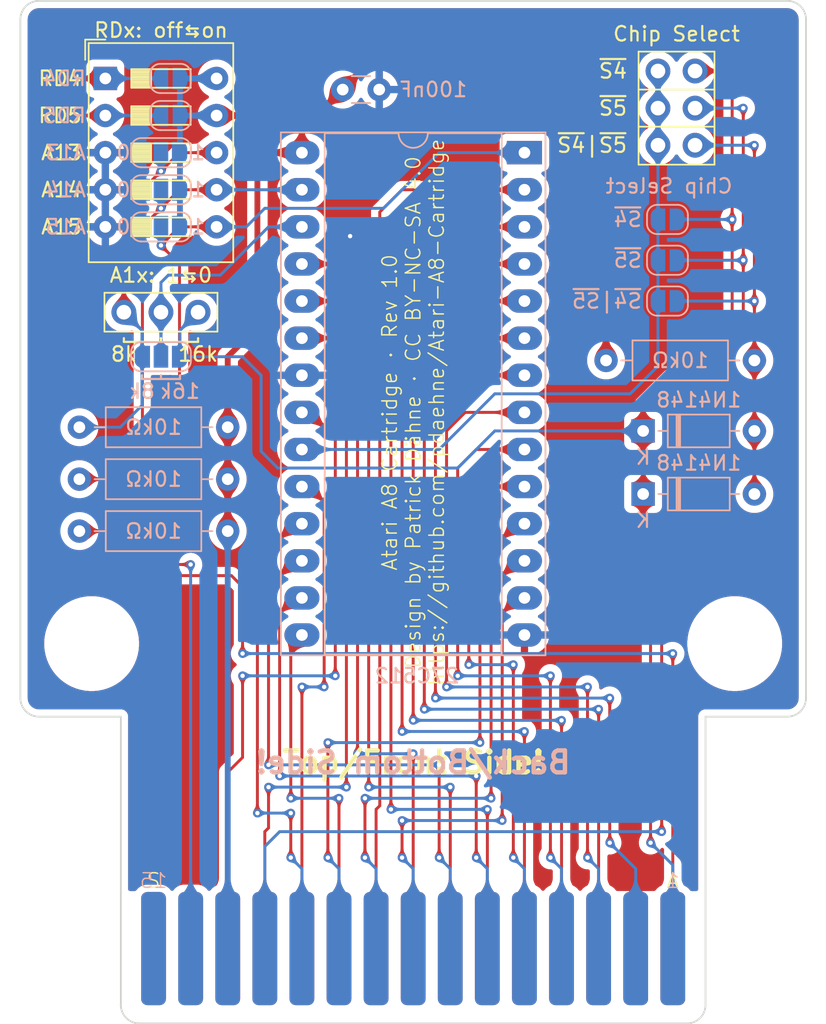
<source format=kicad_pcb>
(kicad_pcb (version 20241229) (generator "pcbnew") (generator_version "9.0")
  (title_block (title "Atari A8 Cartridge") (date "2025-11-02") (rev "1.0") (company "Patrick Dähne CC BY-NC-SA 4.0"))
  (layers (0 "F.Cu" signal) (2 "B.Cu" signal) (13 "F.Paste" user) (15 "B.Paste" user) (5 "F.SilkS" user "F.Silkscreen") (7 "B.SilkS" user "B.Silkscreen") (1 "F.Mask" user) (3 "B.Mask" user) (25 "Edge.Cuts" user))
  (net 0 "")
  (net 1 "VCC")
  (net 2 "GND")
  (net 3 "/~{S4}")
  (net 4 "/~{S4}|~{S5}")
  (net 5 "/~{S5}")
  (net 6 "/A4")
  (net 7 "/A5")
  (net 8 "/D3")
  (net 9 "/D4")
  (net 10 "/A8")
  (net 11 "/D2")
  (net 13 "/A7")
  (net 14 "/A12")
  (net 15 "/D6")
  (net 16 "/D0")
  (net 18 "/D1")
  (net 19 "/A9")
  (net 20 "/A6")
  (net 21 "/D7")
  (net 22 "/A2")
  (net 23 "/A10")
  (net 24 "/A11")
  (net 25 "/D5")
  (net 26 "/A3")
  (net 27 "/A0")
  (net 28 "/A1")
  (net 29 "/RD5")
  (net 30 "/RD4")
  (net 31 "/~{CS}")
  (net 32 "/A13_SW")
  (net 33 "/A13")
  (net 34 "/A14")
  (net 35 "/A15")
  (footprint "Connector_PinHeader_2.54mm:PinHeader_2x03_P2.54mm_Vertical" (layer "F.Cu") (at 157.734 66.802)
    (property "Reference" "J2" (hide yes))
    (property "Value" "Chip Select")
  )
  (footprint "MountingHole:MountingHole_6mm" (layer "F.Cu") (at 118.95 106)
    (property "Reference" "H1" (hide yes))
    (property "Value" "MountingHole" (hide yes))
  )
  (footprint "Button_Switch_THT:SW_DIP_SPSTx05_Slide_9.78x14.88mm_W7.62mm_P2.54mm" (layer "F.Cu") (at 119.888 67.31)
    (property "Reference" "SW1" (hide yes))
    (property "Value" "SW_DIP_x05" (hide yes))
  )
  (footprint "Connector_PinHeader_2.54mm:PinHeader_1x03_P2.54mm_Vertical" (layer "F.Cu") (at 121.158 83.312 90)
    (property "Reference" "J3" (hide yes))
    (property "Value" "Conn_01x03_Pin" (hide yes))
  )
  (footprint "Atari:Cartridge" (layer "F.Cu") (at 158.75 126.875)
    (property "Reference" "J1" (hide yes))
    (property "Value" "Atari A8 Cartridge Connector" (hide yes))
    (fp_line (start -37.8 -3.875) (end -37.8 3.855) (stroke (width 0.12)) (layer "Edge.Cuts"))
    (fp_line (start -36.53 5.125) (end 0.97 5.125) (stroke (width 0.12)) (layer "Edge.Cuts"))
    (fp_line (start 2.24 -3.875) (end 2.24 3.855) (stroke (width 0.12)) (layer "Edge.Cuts"))
    (fp_arc (start -36.53 5.125) (mid -37.428026 4.753026) (end -37.8 3.855) (stroke (width 0.12)) (layer "Edge.Cuts"))
    (fp_arc (start 2.24 3.855) (mid 1.868026 4.753026) (end 0.97 5.125) (stroke (width 0.12)) (layer "Edge.Cuts"))
  )
  (footprint "MountingHole:MountingHole_6mm" (layer "F.Cu") (at 162.99 106)
    (property "Reference" "H2" (hide yes))
    (property "Value" "MountingHole" (hide yes))
  )
  (footprint "Jumper:SolderJumper-2_P1.3mm_Open_RoundedPad1.0x1.5mm" (layer "B.Cu") (at 158.384 79.756 180)
    (property "Reference" "JP2" (hide yes))
    (property "Value" "~{S5}")
  )
  (footprint "Jumper:SolderJumper-3_P1.3mm_Open_RoundedPad1.0x1.5mm" (layer "B.Cu") (at 123.698 77.47 180)
    (property "Reference" "JP9" (hide yes))
    (property "Value" "A15")
  )
  (footprint "Jumper:SolderJumper-2_P1.3mm_Open_RoundedPad1.0x1.5mm" (layer "B.Cu") (at 158.384 82.55 180)
    (property "Reference" "JP3" (hide yes))
    (property "Value" "~{S4}|~{S5}")
  )
  (footprint "Diode_THT:D_DO-35_SOD27_P7.62mm_Horizontal" (layer "B.Cu") (at 156.718 95.758)
    (property "Reference" "D2" (hide yes))
    (property "Value" "1N4148")
  )
  (footprint "Package_DIP:DIP-28_W15.24mm_Socket_LongPads" (layer "B.Cu") (at 148.59 72.39 180)
    (property "Reference" "U1" (hide yes))
    (property "Value" "27C512")
  )
  (footprint "Resistor_THT:R_Axial_DIN0207_L6.3mm_D2.5mm_P10.16mm_Horizontal" (layer "B.Cu") (at 154.178 86.614)
    (property "Reference" "R1" (hide yes))
    (property "Value" "10kΩ")
  )
  (footprint "Diode_THT:D_DO-35_SOD27_P7.62mm_Horizontal" (layer "B.Cu") (at 156.718 91.44)
    (property "Reference" "D1" (hide yes))
    (property "Value" "1N4148")
  )
  (footprint "Jumper:SolderJumper-2_P1.3mm_Open_RoundedPad1.0x1.5mm" (layer "B.Cu") (at 124.348 69.85 180)
    (property "Reference" "JP6" (hide yes))
    (property "Value" "RD5")
  )
  (footprint "Jumper:SolderJumper-2_P1.3mm_Open_RoundedPad1.0x1.5mm" (layer "B.Cu") (at 158.384 76.962 180)
    (property "Reference" "JP1" (hide yes))
    (property "Value" "~{S4}")
  )
  (footprint "Jumper:SolderJumper-2_P1.3mm_Open_RoundedPad1.0x1.5mm" (layer "B.Cu") (at 124.348 67.31 180)
    (property "Reference" "JP5" (hide yes))
    (property "Value" "RD4")
  )
  (footprint "Resistor_THT:R_Axial_DIN0207_L6.3mm_D2.5mm_P10.16mm_Horizontal" (layer "B.Cu") (at 128.27 91.186 180)
    (property "Reference" "R2" (hide yes))
    (property "Value" "10kΩ")
  )
  (footprint "Jumper:SolderJumper-3_P1.3mm_Open_RoundedPad1.0x1.5mm" (layer "B.Cu") (at 123.698 72.39 180)
    (property "Reference" "JP7" (hide yes))
    (property "Value" "A13")
  )
  (footprint "Jumper:SolderJumper-3_P1.3mm_Open_RoundedPad1.0x1.5mm" (layer "B.Cu") (at 123.698 74.93 180)
    (property "Reference" "JP8" (hide yes))
    (property "Value" "A14")
  )
  (footprint "Capacitor_THT:C_Disc_D3.0mm_W1.6mm_P2.50mm" (layer "B.Cu") (at 136.144 68.072)
    (property "Reference" "C1" (hide yes))
    (property "Value" "100nF")
  )
  (footprint "Resistor_THT:R_Axial_DIN0207_L6.3mm_D2.5mm_P10.16mm_Horizontal" (layer "B.Cu") (at 128.27 94.742 180)
    (property "Reference" "R3" (hide yes))
    (property "Value" "10kΩ")
  )
  (footprint "Resistor_THT:R_Axial_DIN0207_L6.3mm_D2.5mm_P10.16mm_Horizontal" (layer "B.Cu") (at 128.27 98.298 180)
    (property "Reference" "R4" (hide yes))
    (property "Value" "10kΩ")
  )
  (footprint "Jumper:SolderJumper-3_P1.3mm_Open_RoundedPad1.0x1.5mm" (layer "B.Cu") (at 123.698 86.36)
    (property "Reference" "JP4" (hide yes))
    (property "Value" "A13" (hide yes))
  )
  (gr_line (start 121.158 85.344) (end 121.158 85.09) (stroke (width 0.15)) (layer "F.SilkS"))
  (gr_line (start 121.158 85.344) (end 126.238 85.344) (stroke (width 0.15)) (layer "F.SilkS"))
  (gr_line (start 123.698 85.344) (end 123.698 85.09) (stroke (width 0.15)) (layer "F.SilkS"))
  (gr_line (start 126.238 85.344) (end 126.238 85.09) (stroke (width 0.15)) (layer "F.SilkS"))
  (gr_line (start 123.698 87.884) (end 123.698 87.63) (stroke (width 0.15)) (layer "B.SilkS"))
  (gr_line (start 124.998 87.884) (end 124.998 87.63) (stroke (width 0.15)) (layer "B.SilkS"))
  (gr_line (start 122.398 87.884) (end 122.398 87.63) (stroke (width 0.15)) (layer "B.SilkS"))
  (gr_line (start 122.398 87.884) (end 124.998 87.884) (stroke (width 0.15)) (layer "B.SilkS"))
  (gr_line (start 160.99 123) (end 160.99 111) (stroke (width 0.12)) (layer "Edge.Cuts"))
  (gr_line (start 120.95 123) (end 120.95 111) (stroke (width 0.12)) (layer "Edge.Cuts"))
  (gr_line (start 160.99 111) (end 166.6 111) (stroke (width 0.12)) (layer "Edge.Cuts"))
  (gr_arc (start 114.07 63.27) (mid 114.441974 62.371974) (end 115.34 62) (stroke (width 0.12)) (layer "Edge.Cuts"))
  (gr_line (start 115.34 62) (end 166.6 62) (stroke (width 0.12)) (layer "Edge.Cuts"))
  (gr_line (start 120.95 111) (end 115.34 111) (stroke (width 0.12)) (layer "Edge.Cuts"))
  (gr_arc (start 167.87 109.73) (mid 167.498026 110.628026) (end 166.6 111) (stroke (width 0.12)) (layer "Edge.Cuts"))
  (gr_arc (start 166.6 62) (mid 167.498026 62.371974) (end 167.87 63.27) (stroke (width 0.12)) (layer "Edge.Cuts"))
  (gr_line (start 114.07 109.73) (end 114.07 63.27) (stroke (width 0.12)) (layer "Edge.Cuts"))
  (gr_arc (start 115.34 111) (mid 114.441974 110.628026) (end 114.07 109.73) (stroke (width 0.12)) (layer "Edge.Cuts"))
  (gr_line (start 167.87 109.73) (end 167.87 63.27) (stroke (width 0.12)) (layer "Edge.Cuts"))
  (gr_text "A1x: 1⇆0" (at 123.698 80.772 0) (layer "F.SilkS") (effects (font (size 1 1))))
  (gr_text "Atari A8 Cartridge · Rev 1.0\nDesign by Patrick Dähne · CC BY-NC-SA 4.0\nhttps://github.com/pdaehne/Atari-A8-Cartridge" (at 140.97 90.17 90) (layer "F.SilkS") (effects (font (size 1 1) (thickness 0.1))))
  (gr_text "RD4" (at 118.364 67.31 0) (layer "F.SilkS") (effects (font (size 1 1)) (justify right)))
  (gr_text "A13" (at 118.364 72.39 0) (layer "F.SilkS") (effects (font (size 1 1)) (justify right)))
  (gr_text "~{S5}" (at 155.702 69.342 0) (layer "F.SilkS") (effects (font (size 1 1)) (justify right)))
  (gr_text "RDx: off⇆on" (at 123.698 64.008 0) (layer "F.SilkS") (effects (font (size 1 1))))
  (gr_text "~{S4}" (at 155.702 66.802 0) (layer "F.SilkS") (effects (font (size 1 1)) (justify right)))
  (gr_text "16k" (at 126.238 85.598 0) (layer "F.SilkS") (effects (font (size 1 1)) (justify top)))
  (gr_text "8k" (at 121.158 85.598 0) (layer "F.SilkS") (effects (font (size 1 1)) (justify top)))
  (gr_text "RD5" (at 118.364 69.85 0) (layer "F.SilkS") (effects (font (size 1 1)) (justify right)))
  (gr_text "Top/Front Side!" (at 140.97 114.132236 0) (layer "F.SilkS") (effects (font (size 1.5 1.5) (thickness 0.3) (bold yes))))
  (gr_text "A14" (at 118.364 74.93 0) (layer "F.SilkS") (effects (font (size 1 1)) (justify right)))
  (gr_text "A15" (at 118.364 77.47 0) (layer "F.SilkS") (effects (font (size 1 1)) (justify right)))
  (gr_text "~{S4}|~{S5}" (at 155.702 71.882 0) (layer "F.SilkS") (effects (font (size 1 1)) (justify right)))
  (gr_text "0" (at 121.128 74.93 0) (layer "B.SilkS") (effects (font (size 1 1)) (justify mirror)))
  (gr_text "8k" (at 122.398 88.138 0) (layer "B.SilkS") (effects (font (size 1 1)) (justify top mirror)))
  (gr_text "16k" (at 124.998 88.138 0) (layer "B.SilkS") (effects (font (size 1 1)) (justify top mirror)))
  (gr_text "Chip Select" (at 158.496 74.676 0) (layer "B.SilkS") (effects (font (size 1 1)) (justify mirror)))
  (gr_text "1" (at 126.238 72.39 0) (layer "B.SilkS") (effects (font (size 1 1)) (justify mirror)))
  (gr_text "0" (at 121.128 77.47 0) (layer "B.SilkS") (effects (font (size 1 1)) (justify mirror)))
  (gr_text "1" (at 126.238 77.47 0) (layer "B.SilkS") (effects (font (size 1 1)) (justify mirror)))
  (gr_text "1" (at 126.238 74.93 0) (layer "B.SilkS") (effects (font (size 1 1)) (justify mirror)))
  (gr_text "Back/Bottom Side!" (at 140.97 114.132236 0) (layer "B.SilkS") (effects (font (size 1.5 1.5) (thickness 0.3) (bold yes)) (justify mirror)))
  (gr_text "0" (at 121.128 72.39 0) (layer "B.SilkS") (effects (font (size 1 1)) (justify mirror)))
  (segment (start 128.27 98.298) (end 128.27 94.742) (width 0.4) (layer "F.Cu") (net 1))
  (segment (start 127.508 69.85) (end 129.286 69.85) (width 0.4) (layer "F.Cu") (net 1))
  (segment (start 154.178 68.326) (end 154.178 86.614) (width 0.4) (layer "F.Cu") (net 1))
  (segment (start 128.27 86.36) (end 130.302 84.328) (width 0.4) (layer "F.Cu") (net 1))
  (segment (start 129.286 69.85) (end 130.302 70.866) (width 0.4) (layer "F.Cu") (net 1))
  (segment (start 130.302 84.328) (end 130.302 73.406) (width 0.4) (layer "F.Cu") (net 1))
  (segment (start 128.27 91.186) (end 128.27 86.36) (width 0.4) (layer "F.Cu") (net 1))
  (segment (start 130.302 73.406) (end 131.318 72.39) (width 0.4) (layer "F.Cu") (net 1))
  (segment (start 130.302 70.866) (end 130.302 73.406) (width 0.4) (layer "F.Cu") (net 1))
  (segment (start 138.43 65.786) (end 136.144 68.072) (width 0.4) (layer "F.Cu") (net 1))
  (segment (start 151.638 65.786) (end 154.178 68.326) (width 0.4) (layer "F.Cu") (net 1))
  (segment (start 131.318 72.39) (end 133.35 72.39) (width 0.4) (layer "F.Cu") (net 1))
  (segment (start 136.144 68.072) (end 133.35 70.866) (width 0.4) (layer "F.Cu") (net 1))
  (segment (start 133.35 70.866) (end 133.35 72.39) (width 0.4) (layer "F.Cu") (net 1))
  (segment (start 151.638 65.786) (end 138.43 65.786) (width 0.4) (layer "F.Cu") (net 1))
  (segment (start 128.27 94.742) (end 128.27 91.186) (width 0.4) (layer "F.Cu") (net 1))
  (segment (start 128.27 98.298) (end 128.27 126.875) (width 0.4) (layer "B.Cu") (net 1))
  (segment (start 124.998 69.85) (end 124.998 67.31) (width 0.4) (layer "B.Cu") (net 1))
  (segment (start 124.998 67.31) (end 127.508 67.31) (width 0.4) (layer "B.Cu") (net 1))
  (segment (start 124.998 77.47) (end 124.998 74.93) (width 0.4) (layer "B.Cu") (net 1))
  (segment (start 124.998 72.39) (end 124.998 69.85) (width 0.4) (layer "B.Cu") (net 1))
  (segment (start 127.508 69.85) (end 124.998 69.85) (width 0.4) (layer "B.Cu") (net 1))
  (segment (start 124.998 74.93) (end 124.998 72.39) (width 0.4) (layer "B.Cu") (net 1))
  (segment (start 156.21 106.426) (end 156.21 126.875) (width 0.4) (layer "F.Cu") (net 2))
  (segment (start 156.21 106.426) (end 155.194 105.41) (width 0.4) (layer "F.Cu") (net 2))
  (segment (start 150.368 68.072) (end 151.892 69.596) (width 0.4) (layer "F.Cu") (net 2))
  (segment (start 151.892 69.596) (end 151.892 105.41) (width 0.4) (layer "F.Cu") (net 2))
  (segment (start 138.644 68.072) (end 150.368 68.072) (width 0.4) (layer "F.Cu") (net 2))
  (segment (start 155.194 105.41) (end 151.892 105.41) (width 0.4) (layer "F.Cu") (net 2))
  (segment (start 151.892 105.41) (end 148.59 105.41) (width 0.4) (layer "F.Cu") (net 2))
  (via (at 136.652 78.105) (size 0.6) (drill 0.3) (layers "F.Cu" "B.Cu") (net 2))
  (segment (start 137.414 65.278) (end 138.644 66.508) (width 0.4) (layer "B.Cu") (net 2))
  (segment (start 138.644 66.508) (end 138.644 68.072) (width 0.4) (layer "B.Cu") (net 2))
  (segment (start 119.888 77.47) (end 119.888 74.93) (width 0.4) (layer "B.Cu") (net 2))
  (segment (start 117.856 72.39) (end 116.586 71.12) (width 0.4) (layer "B.Cu") (net 2))
  (segment (start 119.888 74.93) (end 119.888 72.39) (width 0.4) (layer "B.Cu") (net 2))
  (segment (start 119.888 74.93) (end 122.398 74.93) (width 0.4) (layer "B.Cu") (net 2))
  (segment (start 119.888 77.47) (end 122.398 77.47) (width 0.4) (layer "B.Cu") (net 2))
  (segment (start 137.414 65.278) (end 117.602 65.278) (width 0.4) (layer "B.Cu") (net 2))
  (segment (start 116.586 66.294) (end 116.586 71.12) (width 0.4) (layer "B.Cu") (net 2))
  (segment (start 119.888 72.39) (end 117.856 72.39) (width 0.4) (layer "B.Cu") (net 2))
  (segment (start 119.888 72.39) (end 122.398 72.39) (width 0.4) (layer "B.Cu") (net 2))
  (segment (start 117.602 65.278) (end 116.586 66.294) (width 0.4) (layer "B.Cu") (net 2))
  (segment (start 157.226 119.634) (end 157.226 103.886) (width 0.2) (layer "F.Cu") (net 3))
  (segment (start 162.814 67.564) (end 162.814 76.962) (width 0.2) (layer "F.Cu") (net 3))
  (segment (start 157.226 103.886) (end 155.194 101.854) (width 0.2) (layer "F.Cu") (net 3))
  (segment (start 160.274 66.802) (end 162.052 66.802) (width 0.2) (layer "F.Cu") (net 3))
  (segment (start 156.718 92.964) (end 156.718 91.44) (width 0.2) (layer "F.Cu") (net 3))
  (segment (start 162.052 66.802) (end 162.814 67.564) (width 0.2) (layer "F.Cu") (net 3))
  (segment (start 155.194 101.854) (end 155.194 94.488) (width 0.2) (layer "F.Cu") (net 3))
  (segment (start 155.194 94.488) (end 156.718 92.964) (width 0.2) (layer "F.Cu") (net 3))
  (segment (start 156.718 89.662) (end 156.718 91.44) (width 0.2) (layer "F.Cu") (net 3))
  (segment (start 162.814 76.962) (end 162.814 83.566) (width 0.2) (layer "F.Cu") (net 3))
  (segment (start 162.814 83.566) (end 156.718 89.662) (width 0.2) (layer "F.Cu") (net 3))
  (via (at 157.226 119.634) (size 0.6) (drill 0.3) (layers "F.Cu" "B.Cu") (net 3))
  (via (at 162.814 76.962) (size 0.6) (drill 0.3) (layers "F.Cu" "B.Cu") (net 3))
  (segment (start 126.238 83.312) (end 124.998 84.552) (width 0.2) (layer "B.Cu") (net 3))
  (segment (start 159.034 76.962) (end 162.814 76.962) (width 0.2) (layer "B.Cu") (net 3))
  (segment (start 129.286 86.36) (end 124.998 86.36) (width 0.2) (layer "B.Cu") (net 3))
  (segment (start 157.226 119.634) (end 158.75 121.158) (width 0.2) (layer "B.Cu") (net 3))
  (segment (start 124.998 84.552) (end 124.998 86.36) (width 0.2) (layer "B.Cu") (net 3))
  (segment (start 130.556 87.63) (end 129.286 86.36) (width 0.2) (layer "B.Cu") (net 3))
  (segment (start 158.75 121.158) (end 158.75 126.875) (width 0.2) (layer "B.Cu") (net 3))
  (segment (start 146.558 91.44) (end 144.018 93.98) (width 0.2) (layer "B.Cu") (net 3))
  (segment (start 156.718 91.44) (end 146.558 91.44) (width 0.2) (layer "B.Cu") (net 3))
  (segment (start 130.556 92.837) (end 130.556 87.63) (width 0.2) (layer "B.Cu") (net 3))
  (segment (start 131.699 93.98) (end 130.556 92.837) (width 0.2) (layer "B.Cu") (net 3))
  (segment (start 144.018 93.98) (end 131.699 93.98) (width 0.2) (layer "B.Cu") (net 3))
  (segment (start 164.338 82.55) (end 164.338 71.882) (width 0.2) (layer "F.Cu") (net 4))
  (segment (start 164.338 86.614) (end 164.338 82.55) (width 0.2) (layer "F.Cu") (net 4))
  (segment (start 164.338 95.758) (end 164.338 91.44) (width 0.2) (layer "F.Cu") (net 4))
  (segment (start 164.338 91.44) (end 164.338 86.614) (width 0.2) (layer "F.Cu") (net 4))
  (via (at 164.338 82.55) (size 0.6) (drill 0.3) (layers "F.Cu" "B.Cu") (net 4))
  (via (at 164.338 71.882) (size 0.6) (drill 0.3) (layers "F.Cu" "B.Cu") (net 4))
  (segment (start 164.338 71.882) (end 160.274 71.882) (width 0.2) (layer "B.Cu") (net 4))
  (segment (start 159.034 82.55) (end 164.338 82.55) (width 0.2) (layer "B.Cu") (net 4))
  (segment (start 163.576 79.756) (end 163.576 84.074) (width 0.2) (layer "F.Cu") (net 5))
  (segment (start 157.988 118.872) (end 157.988 103.632) (width 0.2) (layer "F.Cu") (net 5))
  (segment (start 158.242 89.408) (end 163.576 84.074) (width 0.2) (layer "F.Cu") (net 5))
  (segment (start 157.988 103.632) (end 156.718 102.362) (width 0.2) (layer "F.Cu") (net 5))
  (segment (start 156.718 94.234) (end 158.242 92.71) (width 0.2) (layer "F.Cu") (net 5))
  (segment (start 156.718 95.758) (end 156.718 94.234) (width 0.2) (layer "F.Cu") (net 5))
  (segment (start 156.718 102.362) (end 156.718 95.758) (width 0.2) (layer "F.Cu") (net 5))
  (segment (start 158.242 92.71) (end 158.242 89.408) (width 0.2) (layer "F.Cu") (net 5))
  (segment (start 163.576 69.342) (end 163.576 79.756) (width 0.2) (layer "F.Cu") (net 5))
  (via (at 163.576 79.756) (size 0.6) (drill 0.3) (layers "F.Cu" "B.Cu") (net 5))
  (via (at 157.988 118.872) (size 0.6) (drill 0.3) (layers "F.Cu" "B.Cu") (net 5))
  (via (at 163.576 69.342) (size 0.6) (drill 0.3) (layers "F.Cu" "B.Cu") (net 5))
  (segment (start 157.988 118.872) (end 131.826 118.872) (width 0.2) (layer "B.Cu") (net 5))
  (segment (start 159.034 79.756) (end 163.576 79.756) (width 0.2) (layer "B.Cu") (net 5))
  (segment (start 130.81 119.888) (end 130.81 126.875) (width 0.2) (layer "B.Cu") (net 5))
  (segment (start 163.576 69.342) (end 160.274 69.342) (width 0.2) (layer "B.Cu") (net 5))
  (segment (start 131.826 118.872) (end 130.81 119.888) (width 0.2) (layer "B.Cu") (net 5))
  (segment (start 141.732 110.49) (end 141.732 86.36) (width 0.2) (layer "F.Cu") (net 6))
  (segment (start 143.002 85.09) (end 148.59 85.09) (width 0.2) (layer "F.Cu") (net 6))
  (segment (start 153.67 110.49) (end 153.67 126.875) (width 0.2) (layer "F.Cu") (net 6))
  (segment (start 141.732 86.36) (end 143.002 85.09) (width 0.2) (layer "F.Cu") (net 6))
  (via (at 141.732 110.49) (size 0.6) (drill 0.3) (layers "F.Cu" "B.Cu") (net 6))
  (via (at 153.67 110.49) (size 0.6) (drill 0.3) (layers "F.Cu" "B.Cu") (net 6))
  (segment (start 153.67 110.49) (end 141.732 110.49) (width 0.2) (layer "B.Cu") (net 6))
  (segment (start 151.13 111.252) (end 151.13 126.875) (width 0.2) (layer "F.Cu") (net 7))
  (segment (start 140.97 83.82) (end 142.24 82.55) (width 0.2) (layer "F.Cu") (net 7))
  (segment (start 142.24 82.55) (end 148.59 82.55) (width 0.2) (layer "F.Cu") (net 7))
  (segment (start 140.97 111.252) (end 140.97 83.82) (width 0.2) (layer "F.Cu") (net 7))
  (via (at 151.13 111.252) (size 0.6) (drill 0.3) (layers "F.Cu" "B.Cu") (net 7))
  (via (at 140.97 111.252) (size 0.6) (drill 0.3) (layers "F.Cu" "B.Cu") (net 7))
  (segment (start 151.13 111.252) (end 140.97 111.252) (width 0.2) (layer "B.Cu") (net 7))
  (segment (start 132.588 106.172) (end 133.35 105.41) (width 0.2) (layer "F.Cu") (net 8))
  (segment (start 132.588 116.586) (end 132.588 106.172) (width 0.2) (layer "F.Cu") (net 8))
  (segment (start 135.89 116.586) (end 135.89 126.875) (width 0.2) (layer "F.Cu") (net 8))
  (via (at 135.89 116.586) (size 0.6) (drill 0.3) (layers "F.Cu" "B.Cu") (net 8))
  (via (at 132.588 116.586) (size 0.6) (drill 0.3) (layers "F.Cu" "B.Cu") (net 8))
  (segment (start 135.89 116.586) (end 132.588 116.586) (width 0.2) (layer "B.Cu") (net 8))
  (segment (start 131.826 103.886) (end 132.842 102.87) (width 0.2) (layer "F.Cu") (net 9))
  (segment (start 131.826 115.062) (end 131.826 103.886) (width 0.2) (layer "F.Cu") (net 9))
  (segment (start 145.288 115.062) (end 145.288 120.65) (width 0.2) (layer "F.Cu") (net 9))
  (segment (start 132.842 102.87) (end 133.35 102.87) (width 0.2) (layer "F.Cu") (net 9))
  (via (at 145.288 120.65) (size 0.6) (drill 0.3) (layers "F.Cu" "B.Cu") (net 9))
  (via (at 131.826 115.062) (size 0.6) (drill 0.3) (layers "F.Cu" "B.Cu") (net 9))
  (via (at 145.288 115.062) (size 0.6) (drill 0.3) (layers "F.Cu" "B.Cu") (net 9))
  (segment (start 145.288 120.65) (end 146.05 121.412) (width 0.2) (layer "B.Cu") (net 9))
  (segment (start 146.05 121.412) (end 146.05 126.875) (width 0.2) (layer "B.Cu") (net 9))
  (segment (start 131.826 115.062) (end 145.288 115.062) (width 0.2) (layer "B.Cu") (net 9))
  (segment (start 137.922 115.824) (end 137.922 81.026) (width 0.2) (layer "F.Cu") (net 10))
  (segment (start 136.906 80.01) (end 133.35 80.01) (width 0.2) (layer "F.Cu") (net 10))
  (segment (start 137.922 81.026) (end 136.906 80.01) (width 0.2) (layer "F.Cu") (net 10))
  (segment (start 143.51 115.824) (end 143.51 126.875) (width 0.2) (layer "F.Cu") (net 10))
  (via (at 143.51 115.824) (size 0.6) (drill 0.3) (layers "F.Cu" "B.Cu") (net 10))
  (via (at 137.922 115.824) (size 0.6) (drill 0.3) (layers "F.Cu" "B.Cu") (net 10))
  (segment (start 137.922 115.824) (end 143.51 115.824) (width 0.2) (layer "B.Cu") (net 10))
  (segment (start 147.066 103.886) (end 148.082 102.87) (width 0.2) (layer "F.Cu") (net 11))
  (segment (start 148.082 102.87) (end 148.59 102.87) (width 0.2) (layer "F.Cu") (net 11))
  (segment (start 147.066 118.11) (end 147.066 103.886) (width 0.2) (layer "F.Cu") (net 11))
  (segment (start 140.208 120.65) (end 140.208 118.11) (width 0.2) (layer "F.Cu") (net 11))
  (via (at 140.208 120.65) (size 0.6) (drill 0.3) (layers "F.Cu" "B.Cu") (net 11))
  (via (at 147.066 118.11) (size 0.6) (drill 0.3) (layers "F.Cu" "B.Cu") (net 11))
  (via (at 140.208 118.11) (size 0.6) (drill 0.3) (layers "F.Cu" "B.Cu") (net 11))
  (segment (start 140.208 118.11) (end 147.066 118.11) (width 0.2) (layer "B.Cu") (net 11))
  (segment (start 140.97 121.412) (end 140.208 120.65) (width 0.2) (layer "B.Cu") (net 11))
  (segment (start 140.97 121.412) (end 140.97 126.875) (width 0.2) (layer "B.Cu") (net 11))
  (segment (start 140.716 77.47) (end 148.59 77.47) (width 0.2) (layer "F.Cu") (net 13))
  (segment (start 146.05 117.348) (end 146.05 126.875) (width 0.2) (layer "F.Cu") (net 13))
  (segment (start 139.446 78.74) (end 140.716 77.47) (width 0.2) (layer "F.Cu") (net 13))
  (segment (start 139.446 117.348) (end 139.446 78.74) (width 0.2) (layer "F.Cu") (net 13))
  (via (at 139.446 117.348) (size 0.6) (drill 0.3) (layers "F.Cu" "B.Cu") (net 13))
  (via (at 146.05 117.348) (size 0.6) (drill 0.3) (layers "F.Cu" "B.Cu") (net 13))
  (segment (start 139.446 117.348) (end 146.05 117.348) (width 0.2) (layer "B.Cu") (net 13))
  (segment (start 138.43 117.348) (end 138.684 117.094) (width 0.2) (layer "F.Cu") (net 14))
  (segment (start 138.684 76.454) (end 140.208 74.93) (width 0.2) (layer "F.Cu") (net 14))
  (segment (start 138.684 117.094) (end 138.684 76.454) (width 0.2) (layer "F.Cu") (net 14))
  (segment (start 138.43 117.348) (end 138.43 126.875) (width 0.2) (layer "F.Cu") (net 14))
  (segment (start 140.208 74.93) (end 148.59 74.93) (width 0.2) (layer "F.Cu") (net 14))
  (segment (start 132.842 97.79) (end 133.35 97.79) (width 0.2) (layer "F.Cu") (net 15))
  (segment (start 132.588 120.65) (end 132.588 117.602) (width 0.2) (layer "F.Cu") (net 15))
  (segment (start 130.302 117.602) (end 130.302 100.33) (width 0.2) (layer "F.Cu") (net 15))
  (segment (start 130.302 100.33) (end 132.842 97.79) (width 0.2) (layer "F.Cu") (net 15))
  (via (at 130.302 117.602) (size 0.6) (drill 0.3) (layers "F.Cu" "B.Cu") (net 15))
  (via (at 132.588 120.65) (size 0.6) (drill 0.3) (layers "F.Cu" "B.Cu") (net 15))
  (via (at 132.588 117.602) (size 0.6) (drill 0.3) (layers "F.Cu" "B.Cu") (net 15))
  (segment (start 133.35 121.412) (end 133.35 126.875) (width 0.2) (layer "B.Cu") (net 15))
  (segment (start 130.302 117.602) (end 132.588 117.602) (width 0.2) (layer "B.Cu") (net 15))
  (segment (start 132.588 120.65) (end 133.35 121.412) (width 0.2) (layer "B.Cu") (net 15))
  (segment (start 145.542 100.33) (end 148.082 97.79) (width 0.2) (layer "F.Cu") (net 16))
  (segment (start 145.542 112.776) (end 145.542 100.33) (width 0.2) (layer "F.Cu") (net 16))
  (segment (start 148.082 97.79) (end 148.59 97.79) (width 0.2) (layer "F.Cu") (net 16))
  (segment (start 135.128 120.65) (end 135.128 112.776) (width 0.2) (layer "F.Cu") (net 16))
  (via (at 135.128 120.65) (size 0.6) (drill 0.3) (layers "F.Cu" "B.Cu") (net 16))
  (via (at 135.128 112.776) (size 0.6) (drill 0.3) (layers "F.Cu" "B.Cu") (net 16))
  (via (at 145.542 112.776) (size 0.6) (drill 0.3) (layers "F.Cu" "B.Cu") (net 16))
  (segment (start 145.542 112.776) (end 135.128 112.776) (width 0.2) (layer "B.Cu") (net 16))
  (segment (start 135.89 121.412) (end 135.128 120.65) (width 0.2) (layer "B.Cu") (net 16))
  (segment (start 135.89 121.412) (end 135.89 126.875) (width 0.2) (layer "B.Cu") (net 16))
  (segment (start 146.304 102.108) (end 148.082 100.33) (width 0.2) (layer "F.Cu") (net 18))
  (segment (start 146.304 116.586) (end 146.304 102.108) (width 0.2) (layer "F.Cu") (net 18))
  (segment (start 137.668 120.65) (end 137.668 116.586) (width 0.2) (layer "F.Cu") (net 18))
  (segment (start 148.082 100.33) (end 148.59 100.33) (width 0.2) (layer "F.Cu") (net 18))
  (via (at 137.668 120.65) (size 0.6) (drill 0.3) (layers "F.Cu" "B.Cu") (net 18))
  (via (at 137.668 116.586) (size 0.6) (drill 0.3) (layers "F.Cu" "B.Cu") (net 18))
  (via (at 146.304 116.586) (size 0.6) (drill 0.3) (layers "F.Cu" "B.Cu") (net 18))
  (segment (start 138.43 121.412) (end 138.43 126.875) (width 0.2) (layer "B.Cu") (net 18))
  (segment (start 138.43 121.412) (end 137.668 120.65) (width 0.2) (layer "B.Cu") (net 18))
  (segment (start 137.668 116.586) (end 146.304 116.586) (width 0.2) (layer "B.Cu") (net 18))
  (segment (start 137.16 113.538) (end 137.16 83.566) (width 0.2) (layer "F.Cu") (net 19))
  (segment (start 136.144 82.55) (end 133.35 82.55) (width 0.2) (layer "F.Cu") (net 19))
  (segment (start 140.97 113.538) (end 140.97 126.875) (width 0.2) (layer "F.Cu") (net 19))
  (segment (start 137.16 83.566) (end 136.144 82.55) (width 0.2) (layer "F.Cu") (net 19))
  (via (at 140.97 113.538) (size 0.6) (drill 0.3) (layers "F.Cu" "B.Cu") (net 19))
  (via (at 137.16 113.538) (size 0.6) (drill 0.3) (layers "F.Cu" "B.Cu") (net 19))
  (segment (start 140.97 113.538) (end 137.16 113.538) (width 0.2) (layer "B.Cu") (net 19))
  (segment (start 148.59 112.014) (end 148.59 126.875) (width 0.2) (layer "F.Cu") (net 20))
  (segment (start 141.732 80.01) (end 148.59 80.01) (width 0.2) (layer "F.Cu") (net 20))
  (segment (start 140.208 81.534) (end 141.732 80.01) (width 0.2) (layer "F.Cu") (net 20))
  (segment (start 140.208 112.014) (end 140.208 81.534) (width 0.2) (layer "F.Cu") (net 20))
  (via (at 148.59 112.014) (size 0.6) (drill 0.3) (layers "F.Cu" "B.Cu") (net 20))
  (via (at 140.208 112.014) (size 0.6) (drill 0.3) (layers "F.Cu" "B.Cu") (net 20))
  (segment (start 148.59 112.014) (end 140.208 112.014) (width 0.2) (layer "B.Cu") (net 20))
  (segment (start 134.874 96.266) (end 133.858 95.25) (width 0.2) (layer "F.Cu") (net 21))
  (segment (start 133.35 108.966) (end 133.35 126.875) (width 0.2) (layer "F.Cu") (net 21))
  (segment (start 134.874 108.966) (end 134.874 96.266) (width 0.2) (layer "F.Cu") (net 21))
  (segment (start 133.858 95.25) (end 133.35 95.25) (width 0.2) (layer "F.Cu") (net 21))
  (via (at 133.35 108.966) (size 0.6) (drill 0.3) (layers "F.Cu" "B.Cu") (net 21))
  (via (at 134.874 108.966) (size 0.6) (drill 0.3) (layers "F.Cu" "B.Cu") (net 21))
  (segment (start 133.35 108.966) (end 134.874 108.966) (width 0.2) (layer "B.Cu") (net 21))
  (segment (start 152.908 108.966) (end 152.908 120.65) (width 0.2) (layer "F.Cu") (net 22))
  (segment (start 143.256 108.966) (end 143.256 91.44) (width 0.2) (layer "F.Cu") (net 22))
  (segment (start 143.256 91.44) (end 144.526 90.17) (width 0.2) (layer "F.Cu") (net 22))
  (segment (start 144.526 90.17) (end 148.59 90.17) (width 0.2) (layer "F.Cu") (net 22))
  (via (at 152.908 108.966) (size 0.6) (drill 0.3) (layers "F.Cu" "B.Cu") (net 22))
  (via (at 143.256 108.966) (size 0.6) (drill 0.3) (layers "F.Cu" "B.Cu") (net 22))
  (via (at 152.908 120.65) (size 0.6) (drill 0.3) (layers "F.Cu" "B.Cu") (net 22))
  (segment (start 153.67 121.412) (end 153.67 126.875) (width 0.2) (layer "B.Cu") (net 22))
  (segment (start 152.908 108.966) (end 143.256 108.966) (width 0.2) (layer "B.Cu") (net 22))
  (segment (start 152.908 120.65) (end 153.67 121.412) (width 0.2) (layer "B.Cu") (net 22))
  (segment (start 128.27 114.808) (end 128.27 126.875) (width 0.2) (layer "F.Cu") (net 23))
  (segment (start 135.636 108.204) (end 135.636 91.948) (width 0.2) (layer "F.Cu") (net 23))
  (segment (start 129.286 113.792) (end 128.27 114.808) (width 0.2) (layer "F.Cu") (net 23))
  (segment (start 133.858 90.17) (end 133.35 90.17) (width 0.2) (layer "F.Cu") (net 23))
  (segment (start 135.636 91.948) (end 133.858 90.17) (width 0.2) (layer "F.Cu") (net 23))
  (segment (start 129.286 108.204) (end 129.286 113.792) (width 0.2) (layer "F.Cu") (net 23))
  (via (at 135.636 108.204) (size 0.6) (drill 0.3) (layers "F.Cu" "B.Cu") (net 23))
  (via (at 129.286 108.204) (size 0.6) (drill 0.3) (layers "F.Cu" "B.Cu") (net 23))
  (segment (start 129.286 108.204) (end 135.636 108.204) (width 0.2) (layer "B.Cu") (net 23))
  (segment (start 131.064 115.824) (end 131.064 118.618) (width 0.2) (layer "F.Cu") (net 24))
  (segment (start 136.398 115.824) (end 136.398 86.106) (width 0.2) (layer "F.Cu") (net 24))
  (segment (start 135.382 85.09) (end 133.35 85.09) (width 0.2) (layer "F.Cu") (net 24))
  (segment (start 130.81 118.872) (end 130.81 126.875) (width 0.2) (layer "F.Cu") (net 24))
  (segment (start 136.398 86.106) (end 135.382 85.09) (width 0.2) (layer "F.Cu") (net 24))
  (segment (start 131.064 118.618) (end 130.81 118.872) (width 0.2) (layer "F.Cu") (net 24))
  (via (at 136.398 115.824) (size 0.6) (drill 0.3) (layers "F.Cu" "B.Cu") (net 24))
  (via (at 131.064 115.824) (size 0.6) (drill 0.3) (layers "F.Cu" "B.Cu") (net 24))
  (segment (start 131.064 115.824) (end 136.398 115.824) (width 0.2) (layer "B.Cu") (net 24))
  (segment (start 132.842 100.33) (end 133.35 100.33) (width 0.2) (layer "F.Cu") (net 25))
  (segment (start 142.748 114.3) (end 142.748 120.65) (width 0.2) (layer "F.Cu") (net 25))
  (segment (start 131.064 102.108) (end 132.842 100.33) (width 0.2) (layer "F.Cu") (net 25))
  (segment (start 131.064 114.3) (end 131.064 102.108) (width 0.2) (layer "F.Cu") (net 25))
  (via (at 142.748 120.65) (size 0.6) (drill 0.3) (layers "F.Cu" "B.Cu") (net 25))
  (via (at 142.748 114.3) (size 0.6) (drill 0.3) (layers "F.Cu" "B.Cu") (net 25))
  (via (at 131.064 114.3) (size 0.6) (drill 0.3) (layers "F.Cu" "B.Cu") (net 25))
  (segment (start 143.51 121.412) (end 143.51 126.875) (width 0.2) (layer "B.Cu") (net 25))
  (segment (start 142.748 120.65) (end 143.51 121.412) (width 0.2) (layer "B.Cu") (net 25))
  (segment (start 131.064 114.3) (end 142.748 114.3) (width 0.2) (layer "B.Cu") (net 25))
  (segment (start 142.494 88.9) (end 143.764 87.63) (width 0.2) (layer "F.Cu") (net 26))
  (segment (start 142.494 109.728) (end 142.494 88.9) (width 0.2) (layer "F.Cu") (net 26))
  (segment (start 154.432 119.634) (end 154.432 109.728) (width 0.2) (layer "F.Cu") (net 26))
  (segment (start 143.764 87.63) (end 148.59 87.63) (width 0.2) (layer "F.Cu") (net 26))
  (via (at 154.432 109.728) (size 0.6) (drill 0.3) (layers "F.Cu" "B.Cu") (net 26))
  (via (at 142.494 109.728) (size 0.6) (drill 0.3) (layers "F.Cu" "B.Cu") (net 26))
  (via (at 154.432 119.634) (size 0.6) (drill 0.3) (layers "F.Cu" "B.Cu") (net 26))
  (segment (start 156.21 121.412) (end 156.21 126.875) (width 0.2) (layer "B.Cu") (net 26))
  (segment (start 154.432 119.634) (end 156.21 121.412) (width 0.2) (layer "B.Cu") (net 26))
  (segment (start 154.432 109.728) (end 142.494 109.728) (width 0.2) (layer "B.Cu") (net 26))
  (segment (start 144.78 107.442) (end 144.78 96.774) (width 0.2) (layer "F.Cu") (net 27))
  (segment (start 146.304 95.25) (end 148.59 95.25) (width 0.2) (layer "F.Cu") (net 27))
  (segment (start 144.78 96.774) (end 146.304 95.25) (width 0.2) (layer "F.Cu") (net 27))
  (segment (start 147.828 107.442) (end 147.828 120.65) (width 0.2) (layer "F.Cu") (net 27))
  (via (at 147.828 120.65) (size 0.6) (drill 0.3) (layers "F.Cu" "B.Cu") (net 27))
  (via (at 144.78 107.442) (size 0.6) (drill 0.3) (layers "F.Cu" "B.Cu") (net 27))
  (via (at 147.828 107.442) (size 0.6) (drill 0.3) (layers "F.Cu" "B.Cu") (net 27))
  (segment (start 147.828 120.65) (end 148.59 121.412) (width 0.2) (layer "B.Cu") (net 27))
  (segment (start 144.78 107.442) (end 147.828 107.442) (width 0.2) (layer "B.Cu") (net 27))
  (segment (start 148.59 121.412) (end 148.59 126.875) (width 0.2) (layer "B.Cu") (net 27))
  (segment (start 144.018 108.204) (end 144.018 93.98) (width 0.2) (layer "F.Cu") (net 28))
  (segment (start 150.368 108.204) (end 150.368 120.65) (width 0.2) (layer "F.Cu") (net 28))
  (segment (start 145.288 92.71) (end 148.59 92.71) (width 0.2) (layer "F.Cu") (net 28))
  (segment (start 144.018 93.98) (end 145.288 92.71) (width 0.2) (layer "F.Cu") (net 28))
  (via (at 150.368 108.204) (size 0.6) (drill 0.3) (layers "F.Cu" "B.Cu") (net 28))
  (via (at 150.368 120.65) (size 0.6) (drill 0.3) (layers "F.Cu" "B.Cu") (net 28))
  (via (at 144.018 108.204) (size 0.6) (drill 0.3) (layers "F.Cu" "B.Cu") (net 28))
  (segment (start 144.018 108.204) (end 150.368 108.204) (width 0.2) (layer "B.Cu") (net 28))
  (segment (start 150.368 120.65) (end 151.13 121.412) (width 0.2) (layer "B.Cu") (net 28))
  (segment (start 151.13 121.412) (end 151.13 126.875) (width 0.2) (layer "B.Cu") (net 28))
  (segment (start 117.602 100.584) (end 125.73 100.584) (width 0.2) (layer "F.Cu") (net 29))
  (segment (start 116.332 99.314) (end 117.602 100.584) (width 0.2) (layer "F.Cu") (net 29))
  (segment (start 116.332 70.866) (end 116.332 99.314) (width 0.2) (layer "F.Cu") (net 29))
  (segment (start 119.888 69.85) (end 117.348 69.85) (width 0.2) (layer "F.Cu") (net 29))
  (segment (start 117.348 69.85) (end 116.332 70.866) (width 0.2) (layer "F.Cu") (net 29))
  (via (at 125.73 100.584) (size 0.6) (drill 0.3) (layers "F.Cu" "B.Cu") (net 29))
  (segment (start 123.698 69.85) (end 119.888 69.85) (width 0.2) (layer "B.Cu") (net 29))
  (segment (start 125.73 100.584) (end 125.73 126.875) (width 0.2) (layer "B.Cu") (net 29))
  (segment (start 115.57 99.568) (end 117.348 101.346) (width 0.2) (layer "F.Cu") (net 30))
  (segment (start 128.524 101.346) (end 129.286 102.108) (width 0.2) (layer "F.Cu") (net 30))
  (segment (start 116.84 67.31) (end 115.57 68.58) (width 0.2) (layer "F.Cu") (net 30))
  (segment (start 129.286 102.108) (end 129.286 106.68) (width 0.2) (layer "F.Cu") (net 30))
  (segment (start 158.75 106.68) (end 158.75 126.875) (width 0.2) (layer "F.Cu") (net 30))
  (segment (start 116.84 67.31) (end 119.888 67.31) (width 0.2) (layer "F.Cu") (net 30))
  (segment (start 117.348 101.346) (end 128.524 101.346) (width 0.2) (layer "F.Cu") (net 30))
  (segment (start 115.57 68.58) (end 115.57 99.568) (width 0.2) (layer "F.Cu") (net 30))
  (via (at 158.75 106.68) (size 0.6) (drill 0.3) (layers "F.Cu" "B.Cu") (net 30))
  (via (at 129.286 106.68) (size 0.6) (drill 0.3) (layers "F.Cu" "B.Cu") (net 30))
  (segment (start 123.698 67.31) (end 119.888 67.31) (width 0.2) (layer "B.Cu") (net 30))
  (segment (start 158.75 106.68) (end 129.286 106.68) (width 0.2) (layer "B.Cu") (net 30))
  (segment (start 133.35 92.71) (end 142.748 92.71) (width 0.2) (layer "B.Cu") (net 31))
  (segment (start 155.829 88.9) (end 157.734 86.995) (width 0.2) (layer "B.Cu") (net 31))
  (segment (start 157.734 76.962) (end 157.734 71.882) (width 0.2) (layer "B.Cu") (net 31))
  (segment (start 157.734 79.756) (end 157.734 82.55) (width 0.2) (layer "B.Cu") (net 31))
  (segment (start 157.734 71.882) (end 157.734 69.342) (width 0.2) (layer "B.Cu") (net 31))
  (segment (start 142.748 92.71) (end 146.558 88.9) (width 0.2) (layer "B.Cu") (net 31))
  (segment (start 157.734 86.995) (end 157.734 82.55) (width 0.2) (layer "B.Cu") (net 31))
  (segment (start 157.734 66.802) (end 157.734 69.342) (width 0.2) (layer "B.Cu") (net 31))
  (segment (start 157.734 79.756) (end 157.734 76.962) (width 0.2) (layer "B.Cu") (net 31))
  (segment (start 146.558 88.9) (end 155.829 88.9) (width 0.2) (layer "B.Cu") (net 31))
  (segment (start 124.968 72.39) (end 127.508 72.39) (width 0.2) (layer "F.Cu") (net 32))
  (segment (start 121.158 76.2) (end 123.698 73.66) (width 0.2) (layer "F.Cu") (net 32))
  (segment (start 121.158 83.312) (end 121.158 76.2) (width 0.2) (layer "F.Cu") (net 32))
  (segment (start 123.698 73.66) (end 124.968 72.39) (width 0.2) (layer "F.Cu") (net 32))
  (via (at 123.698 73.66) (size 0.6) (drill 0.3) (layers "F.Cu" "B.Cu") (net 32))
  (segment (start 122.398 89.692) (end 122.398 86.36) (width 0.2) (layer "B.Cu") (net 32))
  (segment (start 121.158 83.312) (end 122.398 84.552) (width 0.2) (layer "B.Cu") (net 32))
  (segment (start 123.698 73.66) (end 123.698 72.39) (width 0.2) (layer "B.Cu") (net 32))
  (segment (start 120.904 91.186) (end 122.398 89.692) (width 0.2) (layer "B.Cu") (net 32))
  (segment (start 118.11 91.186) (end 120.904 91.186) (width 0.2) (layer "B.Cu") (net 32))
  (segment (start 122.398 84.552) (end 122.398 86.36) (width 0.2) (layer "B.Cu") (net 32))
  (segment (start 131.064 77.47) (end 133.35 77.47) (width 0.2) (layer "B.Cu") (net 33))
  (segment (start 123.698 83.312) (end 123.698 86.36) (width 0.2) (layer "B.Cu") (net 33))
  (segment (start 127.762 80.772) (end 131.064 77.47) (width 0.2) (layer "B.Cu") (net 33))
  (segment (start 124.206 80.772) (end 127.762 80.772) (width 0.2) (layer "B.Cu") (net 33))
  (segment (start 123.698 81.28) (end 123.698 83.312) (width 0.2) (layer "B.Cu") (net 33))
  (segment (start 123.698 81.28) (end 124.206 80.772) (width 0.2) (layer "B.Cu") (net 33))
  (segment (start 124.968 74.93) (end 127.508 74.93) (width 0.2) (layer "F.Cu") (net 34))
  (segment (start 122.428 77.47) (end 123.698 76.2) (width 0.2) (layer "F.Cu") (net 34))
  (segment (start 121.158 94.742) (end 122.428 93.472) (width 0.2) (layer "F.Cu") (net 34))
  (segment (start 122.428 93.472) (end 122.428 77.47) (width 0.2) (layer "F.Cu") (net 34))
  (segment (start 118.11 94.742) (end 121.158 94.742) (width 0.2) (layer "F.Cu") (net 34))
  (segment (start 123.698 76.2) (end 124.968 74.93) (width 0.2) (layer "F.Cu") (net 34))
  (via (at 123.698 76.2) (size 0.6) (drill 0.3) (layers "F.Cu" "B.Cu") (net 34))
  (segment (start 123.698 76.2) (end 123.698 74.93) (width 0.2) (layer "B.Cu") (net 34))
  (segment (start 127.508 74.93) (end 133.35 74.93) (width 0.2) (layer "B.Cu") (net 34))
  (segment (start 124.968 77.47) (end 123.698 78.74) (width 0.2) (layer "F.Cu") (net 35))
  (segment (start 124.968 80.01) (end 123.698 78.74) (width 0.2) (layer "F.Cu") (net 35))
  (segment (start 124.968 97.028) (end 124.968 80.01) (width 0.2) (layer "F.Cu") (net 35))
  (segment (start 118.11 98.298) (end 123.698 98.298) (width 0.2) (layer "F.Cu") (net 35))
  (segment (start 127.508 77.47) (end 124.968 77.47) (width 0.2) (layer "F.Cu") (net 35))
  (segment (start 123.698 98.298) (end 124.968 97.028) (width 0.2) (layer "F.Cu") (net 35))
  (via (at 123.698 78.74) (size 0.6) (drill 0.3) (layers "F.Cu" "B.Cu") (net 35))
  (segment (start 123.698 77.47) (end 123.698 78.74) (width 0.2) (layer "B.Cu") (net 35))
  (segment (start 129.54 77.47) (end 130.81 76.2) (width 0.2) (layer "B.Cu") (net 35))
  (segment (start 127.508 77.47) (end 129.54 77.47) (width 0.2) (layer "B.Cu") (net 35))
  (segment (start 142.748 72.39) (end 148.59 72.39) (width 0.2) (layer "B.Cu") (net 35))
  (segment (start 130.81 76.2) (end 138.938 76.2) (width 0.2) (layer "B.Cu") (net 35))
  (segment (start 138.938 76.2) (end 142.748 72.39) (width 0.2) (layer "B.Cu") (net 35))
  (zone (net 2) (net_name "GND") (layers "F.Cu" "B.Cu") (connect_pads (clearance 0.5)) (min_thickness 0.25) (fill yes (thermal_gap 0.5) (thermal_bridge_width 0.5))
    (polygon (pts (xy 114.046 61.976) (xy 167.894 61.976) (xy 167.894 110.998) (xy 161.036 110.998) (xy 161.036 122.936) (xy 120.904 122.936) (xy 120.904 110.998) (xy 114.046 110.998)))
  )
)
</source>
